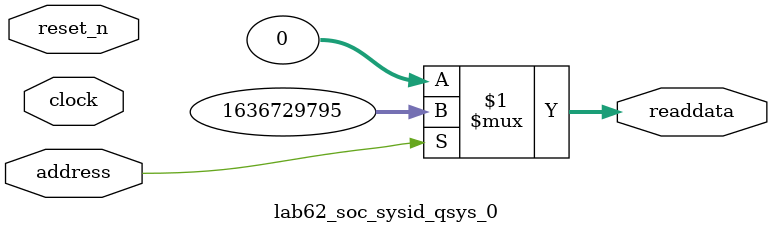
<source format=v>



// synthesis translate_off
`timescale 1ns / 1ps
// synthesis translate_on

// turn off superfluous verilog processor warnings 
// altera message_level Level1 
// altera message_off 10034 10035 10036 10037 10230 10240 10030 

module lab62_soc_sysid_qsys_0 (
               // inputs:
                address,
                clock,
                reset_n,

               // outputs:
                readdata
             )
;

  output  [ 31: 0] readdata;
  input            address;
  input            clock;
  input            reset_n;

  wire    [ 31: 0] readdata;
  //control_slave, which is an e_avalon_slave
  assign readdata = address ? 1636729795 : 0;

endmodule



</source>
